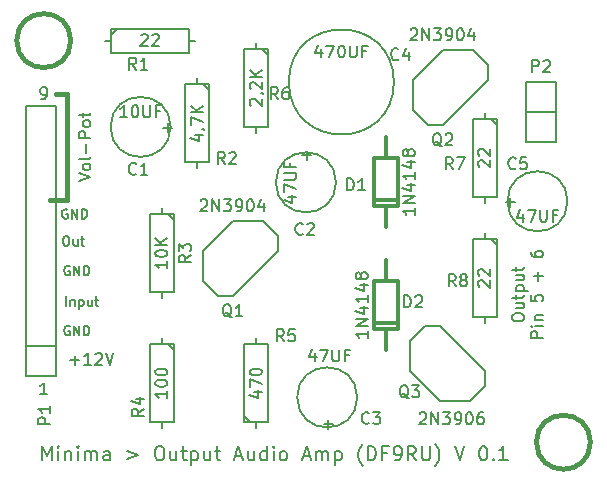
<source format=gto>
G04 #@! TF.FileFunction,Legend,Top*
%FSLAX45Y45*%
G04 Gerber Fmt 4.5, Leading zero omitted, Abs format (unit mm)*
G04 Created by KiCad (PCBNEW (2015-01-25 BZR 5388)-product) date Mo 03 Aug 2015 14:18:17 CEST*
%MOMM*%
G01*
G04 APERTURE LIST*
%ADD10C,0.150000*%
%ADD11C,0.149860*%
%ADD12C,0.200660*%
%ADD13C,0.381000*%
%ADD14C,0.203200*%
%ADD15C,0.317500*%
G04 APERTURE END LIST*
D10*
D11*
X12919040Y-8919995D02*
X12911420Y-8916185D01*
X12899990Y-8916185D01*
X12888560Y-8919995D01*
X12880940Y-8927615D01*
X12877130Y-8935235D01*
X12873320Y-8950475D01*
X12873320Y-8961905D01*
X12877130Y-8977145D01*
X12880940Y-8984765D01*
X12888560Y-8992385D01*
X12899990Y-8996195D01*
X12907610Y-8996195D01*
X12919040Y-8992385D01*
X12922850Y-8988575D01*
X12922850Y-8961905D01*
X12907610Y-8961905D01*
X12957140Y-8996195D02*
X12957140Y-8916185D01*
X13002860Y-8996195D01*
X13002860Y-8916185D01*
X13040960Y-8996195D02*
X13040960Y-8916185D01*
X13060010Y-8916185D01*
X13071440Y-8919995D01*
X13079060Y-8927615D01*
X13082870Y-8935235D01*
X13086680Y-8950475D01*
X13086680Y-8961905D01*
X13082870Y-8977145D01*
X13079060Y-8984765D01*
X13071440Y-8992385D01*
X13060010Y-8996195D01*
X13040960Y-8996195D01*
X12919040Y-8409995D02*
X12911420Y-8406185D01*
X12899990Y-8406185D01*
X12888560Y-8409995D01*
X12880940Y-8417615D01*
X12877130Y-8425235D01*
X12873320Y-8440475D01*
X12873320Y-8451905D01*
X12877130Y-8467145D01*
X12880940Y-8474765D01*
X12888560Y-8482385D01*
X12899990Y-8486195D01*
X12907610Y-8486195D01*
X12919040Y-8482385D01*
X12922850Y-8478575D01*
X12922850Y-8451905D01*
X12907610Y-8451905D01*
X12957140Y-8486195D02*
X12957140Y-8406185D01*
X13002860Y-8486195D01*
X13002860Y-8406185D01*
X13040960Y-8486195D02*
X13040960Y-8406185D01*
X13060010Y-8406185D01*
X13071440Y-8409995D01*
X13079060Y-8417615D01*
X13082870Y-8425235D01*
X13086680Y-8440475D01*
X13086680Y-8451905D01*
X13082870Y-8467145D01*
X13079060Y-8474765D01*
X13071440Y-8482385D01*
X13060010Y-8486195D01*
X13040960Y-8486195D01*
X12899040Y-7929995D02*
X12891420Y-7926185D01*
X12879990Y-7926185D01*
X12868560Y-7929995D01*
X12860940Y-7937615D01*
X12857130Y-7945235D01*
X12853320Y-7960475D01*
X12853320Y-7971905D01*
X12857130Y-7987145D01*
X12860940Y-7994765D01*
X12868560Y-8002385D01*
X12879990Y-8006195D01*
X12887610Y-8006195D01*
X12899040Y-8002385D01*
X12902850Y-7998575D01*
X12902850Y-7971905D01*
X12887610Y-7971905D01*
X12937140Y-8006195D02*
X12937140Y-7926185D01*
X12982860Y-8006195D01*
X12982860Y-7926185D01*
X13020960Y-8006195D02*
X13020960Y-7926185D01*
X13040010Y-7926185D01*
X13051440Y-7929995D01*
X13059060Y-7937615D01*
X13062870Y-7945235D01*
X13066680Y-7960475D01*
X13066680Y-7971905D01*
X13062870Y-7987145D01*
X13059060Y-7994765D01*
X13051440Y-8002385D01*
X13040010Y-8006195D01*
X13020960Y-8006195D01*
X12883261Y-8156067D02*
X12898501Y-8156067D01*
X12906121Y-8159877D01*
X12913741Y-8167497D01*
X12917551Y-8182737D01*
X12917551Y-8209407D01*
X12913741Y-8224647D01*
X12906121Y-8232267D01*
X12898501Y-8236077D01*
X12883261Y-8236077D01*
X12875641Y-8232267D01*
X12868021Y-8224647D01*
X12864211Y-8209407D01*
X12864211Y-8182737D01*
X12868021Y-8167497D01*
X12875641Y-8159877D01*
X12883261Y-8156067D01*
X12986131Y-8182737D02*
X12986131Y-8236077D01*
X12951841Y-8182737D02*
X12951841Y-8224647D01*
X12955651Y-8232267D01*
X12963271Y-8236077D01*
X12974701Y-8236077D01*
X12982321Y-8232267D01*
X12986131Y-8228457D01*
X13012801Y-8182737D02*
X13043281Y-8182737D01*
X13024231Y-8156067D02*
X13024231Y-8224647D01*
X13028041Y-8232267D01*
X13035661Y-8236077D01*
X13043281Y-8236077D01*
D12*
X16665178Y-8852505D02*
X16665178Y-8833443D01*
X16669944Y-8823912D01*
X16679475Y-8814381D01*
X16698537Y-8809615D01*
X16731896Y-8809615D01*
X16750958Y-8814381D01*
X16760489Y-8823912D01*
X16765254Y-8833443D01*
X16765254Y-8852505D01*
X16760489Y-8862036D01*
X16750958Y-8871567D01*
X16731896Y-8876332D01*
X16698537Y-8876332D01*
X16679475Y-8871567D01*
X16669944Y-8862036D01*
X16665178Y-8852505D01*
X16698537Y-8723836D02*
X16765254Y-8723836D01*
X16698537Y-8766725D02*
X16750958Y-8766725D01*
X16760489Y-8761960D01*
X16765254Y-8752429D01*
X16765254Y-8738132D01*
X16760489Y-8728601D01*
X16755723Y-8723836D01*
X16698537Y-8690477D02*
X16698537Y-8652353D01*
X16665178Y-8676180D02*
X16750958Y-8676180D01*
X16760489Y-8671415D01*
X16765254Y-8661884D01*
X16765254Y-8652353D01*
X16698537Y-8618994D02*
X16798613Y-8618994D01*
X16703302Y-8618994D02*
X16698537Y-8609463D01*
X16698537Y-8590401D01*
X16703302Y-8580870D01*
X16708068Y-8576104D01*
X16717599Y-8571339D01*
X16746192Y-8571339D01*
X16755723Y-8576104D01*
X16760489Y-8580870D01*
X16765254Y-8590401D01*
X16765254Y-8609463D01*
X16760489Y-8618994D01*
X16698537Y-8485559D02*
X16765254Y-8485559D01*
X16698537Y-8528449D02*
X16750958Y-8528449D01*
X16760489Y-8523684D01*
X16765254Y-8514153D01*
X16765254Y-8499856D01*
X16760489Y-8490325D01*
X16755723Y-8485559D01*
X16698537Y-8452201D02*
X16698537Y-8414077D01*
X16665178Y-8437904D02*
X16750958Y-8437904D01*
X16760489Y-8433139D01*
X16765254Y-8423608D01*
X16765254Y-8414077D01*
X16925427Y-9016915D02*
X16825351Y-9016915D01*
X16825351Y-8978791D01*
X16830116Y-8969260D01*
X16834882Y-8964495D01*
X16844413Y-8959729D01*
X16858709Y-8959729D01*
X16868240Y-8964495D01*
X16873006Y-8969260D01*
X16877771Y-8978791D01*
X16877771Y-9016915D01*
X16925427Y-8916839D02*
X16858709Y-8916839D01*
X16825351Y-8916839D02*
X16830116Y-8921605D01*
X16834882Y-8916839D01*
X16830116Y-8912074D01*
X16825351Y-8916839D01*
X16834882Y-8916839D01*
X16858709Y-8869184D02*
X16925427Y-8869184D01*
X16868240Y-8869184D02*
X16863475Y-8864419D01*
X16858709Y-8854888D01*
X16858709Y-8840591D01*
X16863475Y-8831060D01*
X16873006Y-8826295D01*
X16925427Y-8826295D01*
X16825351Y-8654736D02*
X16825351Y-8702391D01*
X16873006Y-8707156D01*
X16868240Y-8702391D01*
X16863475Y-8692860D01*
X16863475Y-8669032D01*
X16868240Y-8659501D01*
X16873006Y-8654736D01*
X16882537Y-8649970D01*
X16906365Y-8649970D01*
X16915896Y-8654736D01*
X16920661Y-8659501D01*
X16925427Y-8669032D01*
X16925427Y-8692860D01*
X16920661Y-8702391D01*
X16915896Y-8707156D01*
X16887303Y-8530832D02*
X16887303Y-8454584D01*
X16925427Y-8492708D02*
X16849178Y-8492708D01*
X16825351Y-8287790D02*
X16825351Y-8306852D01*
X16830116Y-8316383D01*
X16834882Y-8321149D01*
X16849178Y-8330680D01*
X16868240Y-8335445D01*
X16906365Y-8335445D01*
X16915896Y-8330680D01*
X16920661Y-8325914D01*
X16925427Y-8316383D01*
X16925427Y-8297321D01*
X16920661Y-8287790D01*
X16915896Y-8283025D01*
X16906365Y-8278259D01*
X16882537Y-8278259D01*
X16873006Y-8283025D01*
X16868240Y-8287790D01*
X16863475Y-8297321D01*
X16863475Y-8316383D01*
X16868240Y-8325914D01*
X16873006Y-8330680D01*
X16882537Y-8335445D01*
X12995208Y-7690733D02*
X13095284Y-7657374D01*
X12995208Y-7624016D01*
X13095284Y-7576360D02*
X13090519Y-7585891D01*
X13085753Y-7590657D01*
X13076222Y-7595422D01*
X13047629Y-7595422D01*
X13038098Y-7590657D01*
X13033333Y-7585891D01*
X13028567Y-7576360D01*
X13028567Y-7562064D01*
X13033333Y-7552533D01*
X13038098Y-7547767D01*
X13047629Y-7543002D01*
X13076222Y-7543002D01*
X13085753Y-7547767D01*
X13090519Y-7552533D01*
X13095284Y-7562064D01*
X13095284Y-7576360D01*
X13095284Y-7485815D02*
X13090519Y-7495346D01*
X13080988Y-7500112D01*
X12995208Y-7500112D01*
X13057160Y-7447691D02*
X13057160Y-7371443D01*
X13095284Y-7323788D02*
X12995208Y-7323788D01*
X12995208Y-7285663D01*
X12999974Y-7276132D01*
X13004739Y-7271367D01*
X13014271Y-7266601D01*
X13028567Y-7266601D01*
X13038098Y-7271367D01*
X13042864Y-7276132D01*
X13047629Y-7285663D01*
X13047629Y-7323788D01*
X13095284Y-7209415D02*
X13090519Y-7218946D01*
X13085753Y-7223712D01*
X13076222Y-7228477D01*
X13047629Y-7228477D01*
X13038098Y-7223712D01*
X13033333Y-7218946D01*
X13028567Y-7209415D01*
X13028567Y-7195118D01*
X13033333Y-7185587D01*
X13038098Y-7180822D01*
X13047629Y-7176056D01*
X13076222Y-7176056D01*
X13085753Y-7180822D01*
X13090519Y-7185587D01*
X13095284Y-7195118D01*
X13095284Y-7209415D01*
X13028567Y-7147463D02*
X13028567Y-7109339D01*
X12995208Y-7133167D02*
X13080988Y-7133167D01*
X13090519Y-7128401D01*
X13095284Y-7118870D01*
X13095284Y-7109339D01*
D13*
X12899898Y-7850124D02*
X12750038Y-7850124D01*
X12899898Y-6949948D02*
X12899898Y-7850124D01*
X12800076Y-6949948D02*
X12899898Y-6949948D01*
D10*
X12888571Y-8746191D02*
X12888571Y-8666191D01*
X12926667Y-8692857D02*
X12926667Y-8746191D01*
X12926667Y-8700476D02*
X12930476Y-8696667D01*
X12938095Y-8692857D01*
X12949524Y-8692857D01*
X12957143Y-8696667D01*
X12960952Y-8704286D01*
X12960952Y-8746191D01*
X12999048Y-8692857D02*
X12999048Y-8772857D01*
X12999048Y-8696667D02*
X13006667Y-8692857D01*
X13021905Y-8692857D01*
X13029524Y-8696667D01*
X13033333Y-8700476D01*
X13037143Y-8708095D01*
X13037143Y-8730952D01*
X13033333Y-8738571D01*
X13029524Y-8742381D01*
X13021905Y-8746191D01*
X13006667Y-8746191D01*
X12999048Y-8742381D01*
X13105714Y-8692857D02*
X13105714Y-8746191D01*
X13071429Y-8692857D02*
X13071429Y-8734762D01*
X13075238Y-8742381D01*
X13082857Y-8746191D01*
X13094286Y-8746191D01*
X13101905Y-8742381D01*
X13105714Y-8738571D01*
X13132381Y-8692857D02*
X13162857Y-8692857D01*
X13143810Y-8666191D02*
X13143810Y-8734762D01*
X13147619Y-8742381D01*
X13155238Y-8746191D01*
X13162857Y-8746191D01*
D12*
X12923726Y-9207028D02*
X12999974Y-9207028D01*
X12961850Y-9245153D02*
X12961850Y-9168904D01*
X13100050Y-9245153D02*
X13042864Y-9245153D01*
X13071457Y-9245153D02*
X13071457Y-9145077D01*
X13061926Y-9159373D01*
X13052395Y-9168904D01*
X13042864Y-9173670D01*
X13138174Y-9154608D02*
X13142940Y-9149842D01*
X13152471Y-9145077D01*
X13176298Y-9145077D01*
X13185829Y-9149842D01*
X13190595Y-9154608D01*
X13195360Y-9164139D01*
X13195360Y-9173670D01*
X13190595Y-9187966D01*
X13133409Y-9245153D01*
X13195360Y-9245153D01*
X13223954Y-9145077D02*
X13257312Y-9245153D01*
X13290671Y-9145077D01*
X12680938Y-6995220D02*
X12700000Y-6995220D01*
X12709531Y-6990455D01*
X12714297Y-6985689D01*
X12723828Y-6971393D01*
X12728593Y-6952331D01*
X12728593Y-6914207D01*
X12723828Y-6904675D01*
X12719062Y-6899910D01*
X12709531Y-6895144D01*
X12690469Y-6895144D01*
X12680938Y-6899910D01*
X12676172Y-6904675D01*
X12671407Y-6914207D01*
X12671407Y-6938034D01*
X12676172Y-6947565D01*
X12680938Y-6952331D01*
X12690469Y-6957096D01*
X12709531Y-6957096D01*
X12719062Y-6952331D01*
X12723828Y-6947565D01*
X12728593Y-6938034D01*
X12728593Y-9495343D02*
X12671407Y-9495343D01*
X12700000Y-9495343D02*
X12700000Y-9395267D01*
X12690469Y-9409563D01*
X12680938Y-9419094D01*
X12671407Y-9423860D01*
X12687591Y-10054215D02*
X12687591Y-9934327D01*
X12727553Y-10019961D01*
X12767516Y-9934327D01*
X12767516Y-10054215D01*
X12824605Y-10054215D02*
X12824605Y-9974290D01*
X12824605Y-9934327D02*
X12818896Y-9940036D01*
X12824605Y-9945745D01*
X12830314Y-9940036D01*
X12824605Y-9934327D01*
X12824605Y-9945745D01*
X12881695Y-9974290D02*
X12881695Y-10054215D01*
X12881695Y-9985708D02*
X12887404Y-9979999D01*
X12898822Y-9974290D01*
X12915949Y-9974290D01*
X12927367Y-9979999D01*
X12933075Y-9991417D01*
X12933075Y-10054215D01*
X12990165Y-10054215D02*
X12990165Y-9974290D01*
X12990165Y-9934327D02*
X12984456Y-9940036D01*
X12990165Y-9945745D01*
X12995874Y-9940036D01*
X12990165Y-9934327D01*
X12990165Y-9945745D01*
X13047255Y-10054215D02*
X13047255Y-9974290D01*
X13047255Y-9985708D02*
X13052963Y-9979999D01*
X13064381Y-9974290D01*
X13081508Y-9974290D01*
X13092926Y-9979999D01*
X13098635Y-9991417D01*
X13098635Y-10054215D01*
X13098635Y-9991417D02*
X13104344Y-9979999D01*
X13115762Y-9974290D01*
X13132889Y-9974290D01*
X13144307Y-9979999D01*
X13150016Y-9991417D01*
X13150016Y-10054215D01*
X13258486Y-10054215D02*
X13258486Y-9991417D01*
X13252777Y-9979999D01*
X13241359Y-9974290D01*
X13218523Y-9974290D01*
X13207105Y-9979999D01*
X13258486Y-10048506D02*
X13247068Y-10054215D01*
X13218523Y-10054215D01*
X13207105Y-10048506D01*
X13201396Y-10037088D01*
X13201396Y-10025670D01*
X13207105Y-10014252D01*
X13218523Y-10008543D01*
X13247068Y-10008543D01*
X13258486Y-10002835D01*
X13406919Y-9974290D02*
X13498262Y-10008543D01*
X13406919Y-10042797D01*
X13669530Y-9934327D02*
X13692366Y-9934327D01*
X13703784Y-9940036D01*
X13715202Y-9951454D01*
X13720911Y-9974290D01*
X13720911Y-10014252D01*
X13715202Y-10037088D01*
X13703784Y-10048506D01*
X13692366Y-10054215D01*
X13669530Y-10054215D01*
X13658112Y-10048506D01*
X13646695Y-10037088D01*
X13640986Y-10014252D01*
X13640986Y-9974290D01*
X13646695Y-9951454D01*
X13658112Y-9940036D01*
X13669530Y-9934327D01*
X13823672Y-9974290D02*
X13823672Y-10054215D01*
X13772292Y-9974290D02*
X13772292Y-10037088D01*
X13778000Y-10048506D01*
X13789418Y-10054215D01*
X13806545Y-10054215D01*
X13817963Y-10048506D01*
X13823672Y-10042797D01*
X13863635Y-9974290D02*
X13909306Y-9974290D01*
X13880762Y-9934327D02*
X13880762Y-10037088D01*
X13886471Y-10048506D01*
X13897888Y-10054215D01*
X13909306Y-10054215D01*
X13949269Y-9974290D02*
X13949269Y-10094178D01*
X13949269Y-9979999D02*
X13960687Y-9974290D01*
X13983523Y-9974290D01*
X13994941Y-9979999D01*
X14000650Y-9985708D01*
X14006359Y-9997126D01*
X14006359Y-10031379D01*
X14000650Y-10042797D01*
X13994941Y-10048506D01*
X13983523Y-10054215D01*
X13960687Y-10054215D01*
X13949269Y-10048506D01*
X14109120Y-9974290D02*
X14109120Y-10054215D01*
X14057739Y-9974290D02*
X14057739Y-10037088D01*
X14063448Y-10048506D01*
X14074866Y-10054215D01*
X14091993Y-10054215D01*
X14103411Y-10048506D01*
X14109120Y-10042797D01*
X14149082Y-9974290D02*
X14194754Y-9974290D01*
X14166209Y-9934327D02*
X14166209Y-10037088D01*
X14171918Y-10048506D01*
X14183336Y-10054215D01*
X14194754Y-10054215D01*
X14320351Y-10019961D02*
X14377440Y-10019961D01*
X14308933Y-10054215D02*
X14348896Y-9934327D01*
X14388858Y-10054215D01*
X14480201Y-9974290D02*
X14480201Y-10054215D01*
X14428821Y-9974290D02*
X14428821Y-10037088D01*
X14434530Y-10048506D01*
X14445948Y-10054215D01*
X14463075Y-10054215D01*
X14474493Y-10048506D01*
X14480201Y-10042797D01*
X14588672Y-10054215D02*
X14588672Y-9934327D01*
X14588672Y-10048506D02*
X14577254Y-10054215D01*
X14554418Y-10054215D01*
X14543000Y-10048506D01*
X14537291Y-10042797D01*
X14531582Y-10031379D01*
X14531582Y-9997126D01*
X14537291Y-9985708D01*
X14543000Y-9979999D01*
X14554418Y-9974290D01*
X14577254Y-9974290D01*
X14588672Y-9979999D01*
X14645761Y-10054215D02*
X14645761Y-9974290D01*
X14645761Y-9934327D02*
X14640052Y-9940036D01*
X14645761Y-9945745D01*
X14651470Y-9940036D01*
X14645761Y-9934327D01*
X14645761Y-9945745D01*
X14719977Y-10054215D02*
X14708560Y-10048506D01*
X14702851Y-10042797D01*
X14697142Y-10031379D01*
X14697142Y-9997126D01*
X14702851Y-9985708D01*
X14708560Y-9979999D01*
X14719977Y-9974290D01*
X14737104Y-9974290D01*
X14748522Y-9979999D01*
X14754231Y-9985708D01*
X14759940Y-9997126D01*
X14759940Y-10031379D01*
X14754231Y-10042797D01*
X14748522Y-10048506D01*
X14737104Y-10054215D01*
X14719977Y-10054215D01*
X14896955Y-10019961D02*
X14954044Y-10019961D01*
X14885537Y-10054215D02*
X14925500Y-9934327D01*
X14965462Y-10054215D01*
X15005425Y-10054215D02*
X15005425Y-9974290D01*
X15005425Y-9985708D02*
X15011134Y-9979999D01*
X15022552Y-9974290D01*
X15039679Y-9974290D01*
X15051097Y-9979999D01*
X15056806Y-9991417D01*
X15056806Y-10054215D01*
X15056806Y-9991417D02*
X15062515Y-9979999D01*
X15073932Y-9974290D01*
X15091059Y-9974290D01*
X15102477Y-9979999D01*
X15108186Y-9991417D01*
X15108186Y-10054215D01*
X15165276Y-9974290D02*
X15165276Y-10094178D01*
X15165276Y-9979999D02*
X15176694Y-9974290D01*
X15199529Y-9974290D01*
X15210947Y-9979999D01*
X15216656Y-9985708D01*
X15222365Y-9997126D01*
X15222365Y-10031379D01*
X15216656Y-10042797D01*
X15210947Y-10048506D01*
X15199529Y-10054215D01*
X15176694Y-10054215D01*
X15165276Y-10048506D01*
X15399343Y-10099887D02*
X15393634Y-10094178D01*
X15382216Y-10077051D01*
X15376507Y-10065633D01*
X15370798Y-10048506D01*
X15365089Y-10019961D01*
X15365089Y-9997126D01*
X15370798Y-9968581D01*
X15376507Y-9951454D01*
X15382216Y-9940036D01*
X15393634Y-9922909D01*
X15399343Y-9917200D01*
X15445014Y-10054215D02*
X15445014Y-9934327D01*
X15473559Y-9934327D01*
X15490686Y-9940036D01*
X15502104Y-9951454D01*
X15507813Y-9962872D01*
X15513522Y-9985708D01*
X15513522Y-10002835D01*
X15507813Y-10025670D01*
X15502104Y-10037088D01*
X15490686Y-10048506D01*
X15473559Y-10054215D01*
X15445014Y-10054215D01*
X15604865Y-9991417D02*
X15564902Y-9991417D01*
X15564902Y-10054215D02*
X15564902Y-9934327D01*
X15621992Y-9934327D01*
X15673372Y-10054215D02*
X15696208Y-10054215D01*
X15707626Y-10048506D01*
X15713335Y-10042797D01*
X15724753Y-10025670D01*
X15730462Y-10002835D01*
X15730462Y-9957163D01*
X15724753Y-9945745D01*
X15719044Y-9940036D01*
X15707626Y-9934327D01*
X15684790Y-9934327D01*
X15673372Y-9940036D01*
X15667663Y-9945745D01*
X15661954Y-9957163D01*
X15661954Y-9985708D01*
X15667663Y-9997126D01*
X15673372Y-10002835D01*
X15684790Y-10008543D01*
X15707626Y-10008543D01*
X15719044Y-10002835D01*
X15724753Y-9997126D01*
X15730462Y-9985708D01*
X15850350Y-10054215D02*
X15810387Y-9997126D01*
X15781842Y-10054215D02*
X15781842Y-9934327D01*
X15827514Y-9934327D01*
X15838932Y-9940036D01*
X15844641Y-9945745D01*
X15850350Y-9957163D01*
X15850350Y-9974290D01*
X15844641Y-9985708D01*
X15838932Y-9991417D01*
X15827514Y-9997126D01*
X15781842Y-9997126D01*
X15901730Y-9934327D02*
X15901730Y-10031379D01*
X15907439Y-10042797D01*
X15913148Y-10048506D01*
X15924566Y-10054215D01*
X15947402Y-10054215D01*
X15958820Y-10048506D01*
X15964529Y-10042797D01*
X15970238Y-10031379D01*
X15970238Y-9934327D01*
X16015910Y-10099887D02*
X16021618Y-10094178D01*
X16033036Y-10077051D01*
X16038745Y-10065633D01*
X16044454Y-10048506D01*
X16050163Y-10019961D01*
X16050163Y-9997126D01*
X16044454Y-9968581D01*
X16038745Y-9951454D01*
X16033036Y-9940036D01*
X16021618Y-9922909D01*
X16015910Y-9917200D01*
X16181469Y-9934327D02*
X16221432Y-10054215D01*
X16261394Y-9934327D01*
X16415536Y-9934327D02*
X16426954Y-9934327D01*
X16438372Y-9940036D01*
X16444081Y-9945745D01*
X16449790Y-9957163D01*
X16455499Y-9979999D01*
X16455499Y-10008543D01*
X16449790Y-10031379D01*
X16444081Y-10042797D01*
X16438372Y-10048506D01*
X16426954Y-10054215D01*
X16415536Y-10054215D01*
X16404118Y-10048506D01*
X16398409Y-10042797D01*
X16392700Y-10031379D01*
X16386991Y-10008543D01*
X16386991Y-9979999D01*
X16392700Y-9957163D01*
X16398409Y-9945745D01*
X16404118Y-9940036D01*
X16415536Y-9934327D01*
X16506879Y-10042797D02*
X16512588Y-10048506D01*
X16506879Y-10054215D01*
X16501170Y-10048506D01*
X16506879Y-10042797D01*
X16506879Y-10054215D01*
X16626767Y-10054215D02*
X16558260Y-10054215D01*
X16592513Y-10054215D02*
X16592513Y-9934327D01*
X16581096Y-9951454D01*
X16569678Y-9962872D01*
X16558260Y-9968581D01*
D13*
X17328642Y-9900158D02*
G75*
G03X17328642Y-9900158I-228600J0D01*
G01*
X12928600Y-6499860D02*
G75*
G03X12928600Y-6499860I-228600J0D01*
G01*
D14*
X13999972Y-6818884D02*
X13999972Y-6869684D01*
X13999972Y-7580884D02*
X13999972Y-7530084D01*
X13999972Y-7530084D02*
X14101572Y-7530084D01*
X14101572Y-7530084D02*
X14101572Y-6869684D01*
X14101572Y-6869684D02*
X13898372Y-6869684D01*
X13898372Y-6869684D02*
X13898372Y-7530084D01*
X13898372Y-7530084D02*
X13999972Y-7530084D01*
X14050772Y-6869684D02*
X14101572Y-6920484D01*
X16433800Y-7112000D02*
X16433800Y-7162800D01*
X16433800Y-7874000D02*
X16433800Y-7823200D01*
X16433800Y-7823200D02*
X16535400Y-7823200D01*
X16535400Y-7823200D02*
X16535400Y-7162800D01*
X16535400Y-7162800D02*
X16332200Y-7162800D01*
X16332200Y-7162800D02*
X16332200Y-7823200D01*
X16332200Y-7823200D02*
X16433800Y-7823200D01*
X16484600Y-7162800D02*
X16535400Y-7213600D01*
X16433800Y-8128000D02*
X16433800Y-8178800D01*
X16433800Y-8890000D02*
X16433800Y-8839200D01*
X16433800Y-8839200D02*
X16535400Y-8839200D01*
X16535400Y-8839200D02*
X16535400Y-8178800D01*
X16535400Y-8178800D02*
X16332200Y-8178800D01*
X16332200Y-8178800D02*
X16332200Y-8839200D01*
X16332200Y-8839200D02*
X16433800Y-8839200D01*
X16484600Y-8178800D02*
X16535400Y-8229600D01*
X13699998Y-7918958D02*
X13699998Y-7969758D01*
X13699998Y-8680958D02*
X13699998Y-8630158D01*
X13699998Y-8630158D02*
X13801598Y-8630158D01*
X13801598Y-8630158D02*
X13801598Y-7969758D01*
X13801598Y-7969758D02*
X13598398Y-7969758D01*
X13598398Y-7969758D02*
X13598398Y-8630158D01*
X13598398Y-8630158D02*
X13699998Y-8630158D01*
X13750798Y-7969758D02*
X13801598Y-8020558D01*
X14500098Y-6518910D02*
X14500098Y-6569710D01*
X14500098Y-7280910D02*
X14500098Y-7230110D01*
X14500098Y-7230110D02*
X14601698Y-7230110D01*
X14601698Y-7230110D02*
X14601698Y-6569710D01*
X14601698Y-6569710D02*
X14398498Y-6569710D01*
X14398498Y-6569710D02*
X14398498Y-7230110D01*
X14398498Y-7230110D02*
X14500098Y-7230110D01*
X14550898Y-6569710D02*
X14601698Y-6620510D01*
X13218922Y-6500114D02*
X13269722Y-6500114D01*
X13980922Y-6500114D02*
X13930122Y-6500114D01*
X13930122Y-6500114D02*
X13930122Y-6398514D01*
X13930122Y-6398514D02*
X13269722Y-6398514D01*
X13269722Y-6398514D02*
X13269722Y-6601714D01*
X13269722Y-6601714D02*
X13930122Y-6601714D01*
X13930122Y-6601714D02*
X13930122Y-6500114D01*
X13269722Y-6449314D02*
X13320522Y-6398514D01*
X13699998Y-9019032D02*
X13699998Y-9069832D01*
X13699998Y-9781032D02*
X13699998Y-9730232D01*
X13699998Y-9730232D02*
X13801598Y-9730232D01*
X13801598Y-9730232D02*
X13801598Y-9069832D01*
X13801598Y-9069832D02*
X13598398Y-9069832D01*
X13598398Y-9069832D02*
X13598398Y-9730232D01*
X13598398Y-9730232D02*
X13699998Y-9730232D01*
X13750798Y-9069832D02*
X13801598Y-9120632D01*
X14500098Y-9781032D02*
X14500098Y-9730232D01*
X14500098Y-9019032D02*
X14500098Y-9069832D01*
X14500098Y-9069832D02*
X14398498Y-9069832D01*
X14398498Y-9069832D02*
X14398498Y-9730232D01*
X14398498Y-9730232D02*
X14601698Y-9730232D01*
X14601698Y-9730232D02*
X14601698Y-9069832D01*
X14601698Y-9069832D02*
X14500098Y-9069832D01*
X14449298Y-9730232D02*
X14398498Y-9679432D01*
D15*
X15595600Y-8940800D02*
X15595600Y-9118600D01*
X15595600Y-8534400D02*
X15595600Y-8356600D01*
X15697200Y-8890000D02*
X15494000Y-8890000D01*
X15697200Y-8534400D02*
X15494000Y-8534400D01*
X15494000Y-8534400D02*
X15494000Y-8940800D01*
X15494000Y-8940800D02*
X15697200Y-8940800D01*
X15697200Y-8940800D02*
X15697200Y-8534400D01*
X15595600Y-7899400D02*
X15595600Y-8077200D01*
X15595600Y-7493000D02*
X15595600Y-7315200D01*
X15697200Y-7848600D02*
X15494000Y-7848600D01*
X15697200Y-7493000D02*
X15494000Y-7493000D01*
X15494000Y-7493000D02*
X15494000Y-7899400D01*
X15494000Y-7899400D02*
X15697200Y-7899400D01*
X15697200Y-7899400D02*
X15697200Y-7493000D01*
D10*
X12553000Y-9089000D02*
X12553000Y-7057000D01*
X12553000Y-7057000D02*
X12807000Y-7057000D01*
X12807000Y-7057000D02*
X12807000Y-9089000D01*
X12553000Y-9343000D02*
X12553000Y-9089000D01*
X12553000Y-9089000D02*
X12807000Y-9089000D01*
X12553000Y-9343000D02*
X12807000Y-9343000D01*
X12807000Y-9343000D02*
X12807000Y-9089000D01*
X16783000Y-7100000D02*
X16783000Y-7354000D01*
X16783000Y-7354000D02*
X17037000Y-7354000D01*
X17037000Y-7354000D02*
X17037000Y-7100000D01*
X16783000Y-6846000D02*
X16783000Y-7100000D01*
X16783000Y-7100000D02*
X17037000Y-7100000D01*
X17037000Y-7100000D02*
X17037000Y-6846000D01*
X17037000Y-6846000D02*
X16783000Y-6846000D01*
X13774317Y-7230000D02*
G75*
G03X13774317Y-7230000I-254317J0D01*
G01*
X15174317Y-7700000D02*
G75*
G03X15174317Y-7700000I-254317J0D01*
G01*
X15354317Y-9520000D02*
G75*
G03X15354317Y-9520000I-254317J0D01*
G01*
X15664500Y-6850000D02*
G75*
G03X15664500Y-6850000I-444500J0D01*
G01*
X17134317Y-7860000D02*
G75*
G03X17134317Y-7860000I-254317J0D01*
G01*
X16433800Y-9296400D02*
X16052800Y-8915400D01*
X16052800Y-8915400D02*
X15925800Y-8915400D01*
X15925800Y-8915400D02*
X15798800Y-9042400D01*
X15798800Y-9042400D02*
X15798800Y-9296400D01*
X15798800Y-9296400D02*
X16052800Y-9550400D01*
X16052800Y-9550400D02*
X16306800Y-9550400D01*
X16306800Y-9550400D02*
X16433800Y-9423400D01*
X16433800Y-9423400D02*
X16433800Y-9296400D01*
X16078200Y-7213600D02*
X16459200Y-6832600D01*
X16459200Y-6832600D02*
X16459200Y-6705600D01*
X16459200Y-6705600D02*
X16332200Y-6578600D01*
X16332200Y-6578600D02*
X16078200Y-6578600D01*
X16078200Y-6578600D02*
X15824200Y-6832600D01*
X15824200Y-6832600D02*
X15824200Y-7086600D01*
X15824200Y-7086600D02*
X15951200Y-7213600D01*
X15951200Y-7213600D02*
X16078200Y-7213600D01*
X14300200Y-8661400D02*
X14681200Y-8280400D01*
X14681200Y-8280400D02*
X14681200Y-8153400D01*
X14681200Y-8153400D02*
X14554200Y-8026400D01*
X14554200Y-8026400D02*
X14300200Y-8026400D01*
X14300200Y-8026400D02*
X14046200Y-8280400D01*
X14046200Y-8280400D02*
X14046200Y-8534400D01*
X14046200Y-8534400D02*
X14173200Y-8661400D01*
X14173200Y-8661400D02*
X14300200Y-8661400D01*
D14*
X14233229Y-7545384D02*
X14199870Y-7497729D01*
X14176042Y-7545384D02*
X14176042Y-7445308D01*
X14214167Y-7445308D01*
X14223698Y-7450074D01*
X14228463Y-7454839D01*
X14233229Y-7464371D01*
X14233229Y-7478667D01*
X14228463Y-7488198D01*
X14223698Y-7492964D01*
X14214167Y-7497729D01*
X14176042Y-7497729D01*
X14271353Y-7454839D02*
X14276118Y-7450074D01*
X14285649Y-7445308D01*
X14309477Y-7445308D01*
X14319008Y-7450074D01*
X14323774Y-7454839D01*
X14328539Y-7464371D01*
X14328539Y-7473902D01*
X14323774Y-7488198D01*
X14266587Y-7545384D01*
X14328539Y-7545384D01*
X13978273Y-7302343D02*
X14044990Y-7302343D01*
X13940149Y-7326170D02*
X14011632Y-7349998D01*
X14011632Y-7288046D01*
X14040225Y-7245156D02*
X14044990Y-7245156D01*
X14054521Y-7249922D01*
X14059287Y-7254687D01*
X13944914Y-7211798D02*
X13944914Y-7145080D01*
X14044990Y-7187970D01*
X14044990Y-7106956D02*
X13944914Y-7106956D01*
X14044990Y-7049770D02*
X13987804Y-7092660D01*
X13944914Y-7049770D02*
X14002101Y-7106956D01*
X16163121Y-7589072D02*
X16129762Y-7541417D01*
X16105934Y-7589072D02*
X16105934Y-7488996D01*
X16144059Y-7488996D01*
X16153590Y-7493762D01*
X16158355Y-7498527D01*
X16163121Y-7508059D01*
X16163121Y-7522355D01*
X16158355Y-7531886D01*
X16153590Y-7536652D01*
X16144059Y-7541417D01*
X16105934Y-7541417D01*
X16196479Y-7488996D02*
X16263197Y-7488996D01*
X16220307Y-7589072D01*
X16388781Y-7569248D02*
X16384016Y-7564483D01*
X16379250Y-7554952D01*
X16379250Y-7531124D01*
X16384016Y-7521593D01*
X16388781Y-7516828D01*
X16398313Y-7512062D01*
X16407844Y-7512062D01*
X16422140Y-7516828D01*
X16479326Y-7574014D01*
X16479326Y-7512062D01*
X16388781Y-7473938D02*
X16384016Y-7469172D01*
X16379250Y-7459641D01*
X16379250Y-7435814D01*
X16384016Y-7426283D01*
X16388781Y-7421517D01*
X16398313Y-7416752D01*
X16407844Y-7416752D01*
X16422140Y-7421517D01*
X16479326Y-7478703D01*
X16479326Y-7416752D01*
X16188521Y-8579673D02*
X16155162Y-8532017D01*
X16131334Y-8579673D02*
X16131334Y-8479597D01*
X16169459Y-8479597D01*
X16178990Y-8484362D01*
X16183755Y-8489128D01*
X16188521Y-8498659D01*
X16188521Y-8512955D01*
X16183755Y-8522486D01*
X16178990Y-8527252D01*
X16169459Y-8532017D01*
X16131334Y-8532017D01*
X16245707Y-8522486D02*
X16236176Y-8517721D01*
X16231410Y-8512955D01*
X16226645Y-8503424D01*
X16226645Y-8498659D01*
X16231410Y-8489128D01*
X16236176Y-8484362D01*
X16245707Y-8479597D01*
X16264769Y-8479597D01*
X16274300Y-8484362D01*
X16279066Y-8489128D01*
X16283831Y-8498659D01*
X16283831Y-8503424D01*
X16279066Y-8512955D01*
X16274300Y-8517721D01*
X16264769Y-8522486D01*
X16245707Y-8522486D01*
X16236176Y-8527252D01*
X16231410Y-8532017D01*
X16226645Y-8541548D01*
X16226645Y-8560610D01*
X16231410Y-8570141D01*
X16236176Y-8574907D01*
X16245707Y-8579673D01*
X16264769Y-8579673D01*
X16274300Y-8574907D01*
X16279066Y-8570141D01*
X16283831Y-8560610D01*
X16283831Y-8541548D01*
X16279066Y-8532017D01*
X16274300Y-8527252D01*
X16264769Y-8522486D01*
X16388527Y-8585502D02*
X16383762Y-8580737D01*
X16378996Y-8571206D01*
X16378996Y-8547378D01*
X16383762Y-8537847D01*
X16388527Y-8533082D01*
X16398059Y-8528316D01*
X16407590Y-8528316D01*
X16421886Y-8533082D01*
X16479072Y-8590268D01*
X16479072Y-8528316D01*
X16388527Y-8490192D02*
X16383762Y-8485426D01*
X16378996Y-8475895D01*
X16378996Y-8452068D01*
X16383762Y-8442537D01*
X16388527Y-8437771D01*
X16398059Y-8433006D01*
X16407590Y-8433006D01*
X16421886Y-8437771D01*
X16479072Y-8494957D01*
X16479072Y-8433006D01*
X13945168Y-8316637D02*
X13897513Y-8349996D01*
X13945168Y-8373824D02*
X13845092Y-8373824D01*
X13845092Y-8335699D01*
X13849858Y-8326168D01*
X13854623Y-8321403D01*
X13864155Y-8316637D01*
X13878451Y-8316637D01*
X13887982Y-8321403D01*
X13892748Y-8326168D01*
X13897513Y-8335699D01*
X13897513Y-8373824D01*
X13845092Y-8283279D02*
X13845092Y-8221327D01*
X13883217Y-8254685D01*
X13883217Y-8240389D01*
X13887982Y-8230858D01*
X13892748Y-8226092D01*
X13902279Y-8221327D01*
X13926106Y-8221327D01*
X13935637Y-8226092D01*
X13940403Y-8230858D01*
X13945168Y-8240389D01*
X13945168Y-8268982D01*
X13940403Y-8278513D01*
X13935637Y-8283279D01*
D12*
X13745270Y-8369058D02*
X13745270Y-8426244D01*
X13745270Y-8397651D02*
X13645194Y-8397651D01*
X13659491Y-8407182D01*
X13669022Y-8416713D01*
X13673788Y-8426244D01*
X13645194Y-8307106D02*
X13645194Y-8297575D01*
X13649960Y-8288044D01*
X13654725Y-8283279D01*
X13664257Y-8278513D01*
X13683319Y-8273748D01*
X13707146Y-8273748D01*
X13726208Y-8278513D01*
X13735739Y-8283279D01*
X13740505Y-8288044D01*
X13745270Y-8297575D01*
X13745270Y-8307106D01*
X13740505Y-8316637D01*
X13735739Y-8321403D01*
X13726208Y-8326168D01*
X13707146Y-8330934D01*
X13683319Y-8330934D01*
X13664257Y-8326168D01*
X13654725Y-8321403D01*
X13649960Y-8316637D01*
X13645194Y-8307106D01*
X13745270Y-8230858D02*
X13645194Y-8230858D01*
X13745270Y-8173672D02*
X13688084Y-8216561D01*
X13645194Y-8173672D02*
X13702381Y-8230858D01*
D14*
X14683317Y-6995220D02*
X14649958Y-6947565D01*
X14626130Y-6995220D02*
X14626130Y-6895144D01*
X14664255Y-6895144D01*
X14673786Y-6899910D01*
X14678551Y-6904675D01*
X14683317Y-6914207D01*
X14683317Y-6928503D01*
X14678551Y-6938034D01*
X14673786Y-6942800D01*
X14664255Y-6947565D01*
X14626130Y-6947565D01*
X14769096Y-6895144D02*
X14750034Y-6895144D01*
X14740503Y-6899910D01*
X14735737Y-6904675D01*
X14726206Y-6918972D01*
X14721441Y-6938034D01*
X14721441Y-6976158D01*
X14726206Y-6985689D01*
X14730972Y-6990455D01*
X14740503Y-6995220D01*
X14759565Y-6995220D01*
X14769096Y-6990455D01*
X14773862Y-6985689D01*
X14778627Y-6976158D01*
X14778627Y-6952331D01*
X14773862Y-6942800D01*
X14769096Y-6938034D01*
X14759565Y-6933269D01*
X14740503Y-6933269D01*
X14730972Y-6938034D01*
X14726206Y-6942800D01*
X14721441Y-6952331D01*
X14454825Y-7050024D02*
X14450060Y-7045258D01*
X14445294Y-7035727D01*
X14445294Y-7011900D01*
X14450060Y-7002369D01*
X14454825Y-6997603D01*
X14464357Y-6992838D01*
X14473888Y-6992838D01*
X14488184Y-6997603D01*
X14545370Y-7054789D01*
X14545370Y-6992838D01*
X14540605Y-6945182D02*
X14545370Y-6945182D01*
X14554901Y-6949948D01*
X14559667Y-6954713D01*
X14454825Y-6907058D02*
X14450060Y-6902293D01*
X14445294Y-6892762D01*
X14445294Y-6868934D01*
X14450060Y-6859403D01*
X14454825Y-6854637D01*
X14464357Y-6849872D01*
X14473888Y-6849872D01*
X14488184Y-6854637D01*
X14545370Y-6911824D01*
X14545370Y-6849872D01*
X14545370Y-6806982D02*
X14445294Y-6806982D01*
X14545370Y-6749796D02*
X14488184Y-6792686D01*
X14445294Y-6749796D02*
X14502481Y-6806982D01*
X13483421Y-6745284D02*
X13450062Y-6697629D01*
X13426234Y-6745284D02*
X13426234Y-6645208D01*
X13464359Y-6645208D01*
X13473890Y-6649974D01*
X13478655Y-6654739D01*
X13483421Y-6664271D01*
X13483421Y-6678567D01*
X13478655Y-6688098D01*
X13473890Y-6692864D01*
X13464359Y-6697629D01*
X13426234Y-6697629D01*
X13578731Y-6745284D02*
X13521545Y-6745284D01*
X13550138Y-6745284D02*
X13550138Y-6645208D01*
X13540607Y-6659505D01*
X13531076Y-6669036D01*
X13521545Y-6673802D01*
X13523674Y-6454587D02*
X13528439Y-6449822D01*
X13537970Y-6445056D01*
X13561798Y-6445056D01*
X13571329Y-6449822D01*
X13576094Y-6454587D01*
X13580860Y-6464119D01*
X13580860Y-6473650D01*
X13576094Y-6487946D01*
X13518908Y-6545132D01*
X13580860Y-6545132D01*
X13618984Y-6454587D02*
X13623750Y-6449822D01*
X13633281Y-6445056D01*
X13657108Y-6445056D01*
X13666639Y-6449822D01*
X13671405Y-6454587D01*
X13676170Y-6464119D01*
X13676170Y-6473650D01*
X13671405Y-6487946D01*
X13614219Y-6545132D01*
X13676170Y-6545132D01*
X13545118Y-9616609D02*
X13497463Y-9649968D01*
X13545118Y-9673796D02*
X13445042Y-9673796D01*
X13445042Y-9635671D01*
X13449808Y-9626140D01*
X13454573Y-9621375D01*
X13464105Y-9616609D01*
X13478401Y-9616609D01*
X13487932Y-9621375D01*
X13492698Y-9626140D01*
X13497463Y-9635671D01*
X13497463Y-9673796D01*
X13478401Y-9530830D02*
X13545118Y-9530830D01*
X13440277Y-9554658D02*
X13511760Y-9578485D01*
X13511760Y-9516533D01*
X13745270Y-9466749D02*
X13745270Y-9523936D01*
X13745270Y-9495343D02*
X13645194Y-9495343D01*
X13659491Y-9504874D01*
X13669022Y-9514405D01*
X13673788Y-9523936D01*
X13645194Y-9404798D02*
X13645194Y-9395266D01*
X13649960Y-9385735D01*
X13654725Y-9380970D01*
X13664257Y-9376204D01*
X13683319Y-9371439D01*
X13707146Y-9371439D01*
X13726208Y-9376204D01*
X13735739Y-9380970D01*
X13740505Y-9385735D01*
X13745270Y-9395266D01*
X13745270Y-9404798D01*
X13740505Y-9414329D01*
X13735739Y-9419094D01*
X13726208Y-9423860D01*
X13707146Y-9428625D01*
X13683319Y-9428625D01*
X13664257Y-9423860D01*
X13654725Y-9419094D01*
X13649960Y-9414329D01*
X13645194Y-9404798D01*
X13645194Y-9309487D02*
X13645194Y-9299956D01*
X13649960Y-9290425D01*
X13654725Y-9285659D01*
X13664257Y-9280894D01*
X13683319Y-9276128D01*
X13707146Y-9276128D01*
X13726208Y-9280894D01*
X13735739Y-9285659D01*
X13740505Y-9290425D01*
X13745270Y-9299956D01*
X13745270Y-9309487D01*
X13740505Y-9319018D01*
X13735739Y-9323784D01*
X13726208Y-9328549D01*
X13707146Y-9333315D01*
X13683319Y-9333315D01*
X13664257Y-9328549D01*
X13654725Y-9323784D01*
X13649960Y-9319018D01*
X13645194Y-9309487D01*
X14733355Y-9045255D02*
X14699996Y-8997599D01*
X14676168Y-9045255D02*
X14676168Y-8945179D01*
X14714293Y-8945179D01*
X14723824Y-8949944D01*
X14728589Y-8954710D01*
X14733355Y-8964241D01*
X14733355Y-8978537D01*
X14728589Y-8988068D01*
X14723824Y-8992834D01*
X14714293Y-8997599D01*
X14676168Y-8997599D01*
X14823900Y-8945179D02*
X14776244Y-8945179D01*
X14771479Y-8992834D01*
X14776244Y-8988068D01*
X14785775Y-8983303D01*
X14809603Y-8983303D01*
X14819134Y-8988068D01*
X14823900Y-8992834D01*
X14828665Y-9002365D01*
X14828665Y-9026192D01*
X14823900Y-9035723D01*
X14819134Y-9040489D01*
X14809603Y-9045255D01*
X14785775Y-9045255D01*
X14776244Y-9040489D01*
X14771479Y-9035723D01*
X14478653Y-9476280D02*
X14545370Y-9476280D01*
X14440529Y-9500108D02*
X14512012Y-9523936D01*
X14512012Y-9461984D01*
X14445294Y-9433391D02*
X14445294Y-9366673D01*
X14545370Y-9409563D01*
X14445294Y-9309487D02*
X14445294Y-9299956D01*
X14450060Y-9290425D01*
X14454825Y-9285659D01*
X14464357Y-9280894D01*
X14483419Y-9276128D01*
X14507246Y-9276128D01*
X14526308Y-9280894D01*
X14535839Y-9285659D01*
X14540605Y-9290425D01*
X14545370Y-9299956D01*
X14545370Y-9309487D01*
X14540605Y-9319018D01*
X14535839Y-9323784D01*
X14526308Y-9328549D01*
X14507246Y-9333315D01*
X14483419Y-9333315D01*
X14464357Y-9328549D01*
X14454825Y-9323784D01*
X14450060Y-9319018D01*
X14445294Y-9309487D01*
X15749210Y-8758162D02*
X15749210Y-8656562D01*
X15773400Y-8656562D01*
X15787914Y-8661400D01*
X15797590Y-8671076D01*
X15802429Y-8680752D01*
X15807267Y-8700105D01*
X15807267Y-8714619D01*
X15802429Y-8733971D01*
X15797590Y-8743648D01*
X15787914Y-8753324D01*
X15773400Y-8758162D01*
X15749210Y-8758162D01*
X15845971Y-8666238D02*
X15850810Y-8661400D01*
X15860486Y-8656562D01*
X15884676Y-8656562D01*
X15894352Y-8661400D01*
X15899190Y-8666238D01*
X15904029Y-8675914D01*
X15904029Y-8685591D01*
X15899190Y-8700105D01*
X15841133Y-8758162D01*
X15904029Y-8758162D01*
X15441410Y-8955314D02*
X15441410Y-9013371D01*
X15441410Y-8984343D02*
X15339810Y-8984343D01*
X15354324Y-8994019D01*
X15364000Y-9003695D01*
X15368838Y-9013371D01*
X15441410Y-8911771D02*
X15339810Y-8911771D01*
X15441410Y-8853714D01*
X15339810Y-8853714D01*
X15373677Y-8761791D02*
X15441410Y-8761791D01*
X15334972Y-8785981D02*
X15407543Y-8810171D01*
X15407543Y-8747276D01*
X15441410Y-8655352D02*
X15441410Y-8713410D01*
X15441410Y-8684381D02*
X15339810Y-8684381D01*
X15354324Y-8694057D01*
X15364000Y-8703733D01*
X15368838Y-8713410D01*
X15373677Y-8568267D02*
X15441410Y-8568267D01*
X15334972Y-8592457D02*
X15407543Y-8616648D01*
X15407543Y-8553752D01*
X15383353Y-8500533D02*
X15378515Y-8510210D01*
X15373677Y-8515048D01*
X15364000Y-8519886D01*
X15359162Y-8519886D01*
X15349486Y-8515048D01*
X15344648Y-8510210D01*
X15339810Y-8500533D01*
X15339810Y-8481181D01*
X15344648Y-8471505D01*
X15349486Y-8466667D01*
X15359162Y-8461829D01*
X15364000Y-8461829D01*
X15373677Y-8466667D01*
X15378515Y-8471505D01*
X15383353Y-8481181D01*
X15383353Y-8500533D01*
X15388191Y-8510210D01*
X15393029Y-8515048D01*
X15402705Y-8519886D01*
X15422057Y-8519886D01*
X15431734Y-8515048D01*
X15436572Y-8510210D01*
X15441410Y-8500533D01*
X15441410Y-8481181D01*
X15436572Y-8471505D01*
X15431734Y-8466667D01*
X15422057Y-8461829D01*
X15402705Y-8461829D01*
X15393029Y-8466667D01*
X15388191Y-8471505D01*
X15383353Y-8481181D01*
X15266610Y-7767562D02*
X15266610Y-7665962D01*
X15290800Y-7665962D01*
X15305314Y-7670800D01*
X15314990Y-7680476D01*
X15319829Y-7690152D01*
X15324667Y-7709505D01*
X15324667Y-7724019D01*
X15319829Y-7743371D01*
X15314990Y-7753048D01*
X15305314Y-7762724D01*
X15290800Y-7767562D01*
X15266610Y-7767562D01*
X15421429Y-7767562D02*
X15363371Y-7767562D01*
X15392400Y-7767562D02*
X15392400Y-7665962D01*
X15382724Y-7680476D01*
X15373048Y-7690152D01*
X15363371Y-7694990D01*
X15841714Y-7913914D02*
X15841714Y-7971971D01*
X15841714Y-7942943D02*
X15740114Y-7942943D01*
X15754628Y-7952619D01*
X15764304Y-7962295D01*
X15769142Y-7971971D01*
X15841714Y-7870371D02*
X15740114Y-7870371D01*
X15841714Y-7812314D01*
X15740114Y-7812314D01*
X15773981Y-7720390D02*
X15841714Y-7720390D01*
X15735276Y-7744581D02*
X15807847Y-7768771D01*
X15807847Y-7705876D01*
X15841714Y-7613952D02*
X15841714Y-7672009D01*
X15841714Y-7642981D02*
X15740114Y-7642981D01*
X15754628Y-7652657D01*
X15764304Y-7662333D01*
X15769142Y-7672009D01*
X15773981Y-7526867D02*
X15841714Y-7526867D01*
X15735276Y-7551057D02*
X15807847Y-7575248D01*
X15807847Y-7512352D01*
X15783657Y-7459133D02*
X15778819Y-7468809D01*
X15773981Y-7473648D01*
X15764304Y-7478486D01*
X15759466Y-7478486D01*
X15749790Y-7473648D01*
X15744952Y-7468809D01*
X15740114Y-7459133D01*
X15740114Y-7439781D01*
X15744952Y-7430105D01*
X15749790Y-7425267D01*
X15759466Y-7420429D01*
X15764304Y-7420429D01*
X15773981Y-7425267D01*
X15778819Y-7430105D01*
X15783657Y-7439781D01*
X15783657Y-7459133D01*
X15788495Y-7468809D01*
X15793333Y-7473648D01*
X15803009Y-7478486D01*
X15822361Y-7478486D01*
X15832038Y-7473648D01*
X15836876Y-7468809D01*
X15841714Y-7459133D01*
X15841714Y-7439781D01*
X15836876Y-7430105D01*
X15832038Y-7425267D01*
X15822361Y-7420429D01*
X15803009Y-7420429D01*
X15793333Y-7425267D01*
X15788495Y-7430105D01*
X15783657Y-7439781D01*
D10*
X12755238Y-9743810D02*
X12655238Y-9743810D01*
X12655238Y-9705714D01*
X12660000Y-9696190D01*
X12664762Y-9691429D01*
X12674286Y-9686667D01*
X12688571Y-9686667D01*
X12698095Y-9691429D01*
X12702857Y-9696190D01*
X12707619Y-9705714D01*
X12707619Y-9743810D01*
X12755238Y-9591429D02*
X12755238Y-9648571D01*
X12755238Y-9620000D02*
X12655238Y-9620000D01*
X12669524Y-9629524D01*
X12679048Y-9639048D01*
X12683809Y-9648571D01*
X16836191Y-6764238D02*
X16836191Y-6664238D01*
X16874286Y-6664238D01*
X16883810Y-6669000D01*
X16888572Y-6673762D01*
X16893333Y-6683286D01*
X16893333Y-6697571D01*
X16888572Y-6707095D01*
X16883810Y-6711857D01*
X16874286Y-6716619D01*
X16836191Y-6716619D01*
X16931429Y-6673762D02*
X16936191Y-6669000D01*
X16945714Y-6664238D01*
X16969524Y-6664238D01*
X16979048Y-6669000D01*
X16983810Y-6673762D01*
X16988572Y-6683286D01*
X16988572Y-6692809D01*
X16983810Y-6707095D01*
X16926667Y-6764238D01*
X16988572Y-6764238D01*
X13483333Y-7625714D02*
X13478571Y-7630476D01*
X13464286Y-7635238D01*
X13454762Y-7635238D01*
X13440476Y-7630476D01*
X13430952Y-7620952D01*
X13426190Y-7611429D01*
X13421429Y-7592381D01*
X13421429Y-7578095D01*
X13426190Y-7559048D01*
X13430952Y-7549524D01*
X13440476Y-7540000D01*
X13454762Y-7535238D01*
X13464286Y-7535238D01*
X13478571Y-7540000D01*
X13483333Y-7544762D01*
X13578571Y-7635238D02*
X13521429Y-7635238D01*
X13550000Y-7635238D02*
X13550000Y-7535238D01*
X13540476Y-7549524D01*
X13530952Y-7559048D01*
X13521429Y-7563809D01*
X13405714Y-7148238D02*
X13348571Y-7148238D01*
X13377143Y-7148238D02*
X13377143Y-7048238D01*
X13367619Y-7062524D01*
X13358095Y-7072048D01*
X13348571Y-7076809D01*
X13467619Y-7048238D02*
X13477143Y-7048238D01*
X13486667Y-7053000D01*
X13491429Y-7057762D01*
X13496190Y-7067286D01*
X13500952Y-7086333D01*
X13500952Y-7110143D01*
X13496190Y-7129190D01*
X13491429Y-7138714D01*
X13486667Y-7143476D01*
X13477143Y-7148238D01*
X13467619Y-7148238D01*
X13458095Y-7143476D01*
X13453333Y-7138714D01*
X13448571Y-7129190D01*
X13443809Y-7110143D01*
X13443809Y-7086333D01*
X13448571Y-7067286D01*
X13453333Y-7057762D01*
X13458095Y-7053000D01*
X13467619Y-7048238D01*
X13543809Y-7048238D02*
X13543809Y-7129190D01*
X13548571Y-7138714D01*
X13553333Y-7143476D01*
X13562857Y-7148238D01*
X13581905Y-7148238D01*
X13591429Y-7143476D01*
X13596190Y-7138714D01*
X13600952Y-7129190D01*
X13600952Y-7048238D01*
X13681905Y-7095857D02*
X13648571Y-7095857D01*
X13648571Y-7148238D02*
X13648571Y-7048238D01*
X13696190Y-7048238D01*
X13710505Y-7237143D02*
X13786695Y-7237143D01*
X13748600Y-7275238D02*
X13748600Y-7199048D01*
X14893333Y-8135714D02*
X14888571Y-8140476D01*
X14874286Y-8145238D01*
X14864762Y-8145238D01*
X14850476Y-8140476D01*
X14840952Y-8130952D01*
X14836190Y-8121429D01*
X14831429Y-8102381D01*
X14831429Y-8088095D01*
X14836190Y-8069048D01*
X14840952Y-8059524D01*
X14850476Y-8050000D01*
X14864762Y-8045238D01*
X14874286Y-8045238D01*
X14888571Y-8050000D01*
X14893333Y-8054762D01*
X14931429Y-8054762D02*
X14936190Y-8050000D01*
X14945714Y-8045238D01*
X14969524Y-8045238D01*
X14979048Y-8050000D01*
X14983810Y-8054762D01*
X14988571Y-8064286D01*
X14988571Y-8073809D01*
X14983810Y-8088095D01*
X14926667Y-8145238D01*
X14988571Y-8145238D01*
X14771571Y-7823809D02*
X14838238Y-7823809D01*
X14733476Y-7847619D02*
X14804905Y-7871429D01*
X14804905Y-7809524D01*
X14738238Y-7780952D02*
X14738238Y-7714286D01*
X14838238Y-7757143D01*
X14738238Y-7676190D02*
X14819190Y-7676190D01*
X14828714Y-7671429D01*
X14833476Y-7666667D01*
X14838238Y-7657143D01*
X14838238Y-7638095D01*
X14833476Y-7628571D01*
X14828714Y-7623809D01*
X14819190Y-7619048D01*
X14738238Y-7619048D01*
X14785857Y-7538095D02*
X14785857Y-7571429D01*
X14838238Y-7571429D02*
X14738238Y-7571429D01*
X14738238Y-7523809D01*
X14927143Y-7509495D02*
X14927143Y-7433305D01*
X14965238Y-7471400D02*
X14889048Y-7471400D01*
X15453333Y-9735714D02*
X15448571Y-9740476D01*
X15434286Y-9745238D01*
X15424762Y-9745238D01*
X15410476Y-9740476D01*
X15400952Y-9730952D01*
X15396190Y-9721429D01*
X15391429Y-9702381D01*
X15391429Y-9688095D01*
X15396190Y-9669048D01*
X15400952Y-9659524D01*
X15410476Y-9650000D01*
X15424762Y-9645238D01*
X15434286Y-9645238D01*
X15448571Y-9650000D01*
X15453333Y-9654762D01*
X15486667Y-9645238D02*
X15548571Y-9645238D01*
X15515238Y-9683333D01*
X15529524Y-9683333D01*
X15539048Y-9688095D01*
X15543810Y-9692857D01*
X15548571Y-9702381D01*
X15548571Y-9726191D01*
X15543810Y-9735714D01*
X15539048Y-9740476D01*
X15529524Y-9745238D01*
X15500952Y-9745238D01*
X15491429Y-9740476D01*
X15486667Y-9735714D01*
X14996190Y-9148571D02*
X14996190Y-9215238D01*
X14972381Y-9110476D02*
X14948571Y-9181905D01*
X15010476Y-9181905D01*
X15039048Y-9115238D02*
X15105714Y-9115238D01*
X15062857Y-9215238D01*
X15143809Y-9115238D02*
X15143809Y-9196191D01*
X15148571Y-9205714D01*
X15153333Y-9210476D01*
X15162857Y-9215238D01*
X15181905Y-9215238D01*
X15191429Y-9210476D01*
X15196190Y-9205714D01*
X15200952Y-9196191D01*
X15200952Y-9115238D01*
X15281905Y-9162857D02*
X15248571Y-9162857D01*
X15248571Y-9215238D02*
X15248571Y-9115238D01*
X15296190Y-9115238D01*
X15107143Y-9786695D02*
X15107143Y-9710505D01*
X15145238Y-9748600D02*
X15069048Y-9748600D01*
X15703333Y-6655714D02*
X15698571Y-6660476D01*
X15684286Y-6665238D01*
X15674762Y-6665238D01*
X15660476Y-6660476D01*
X15650952Y-6650952D01*
X15646190Y-6641429D01*
X15641429Y-6622381D01*
X15641429Y-6608095D01*
X15646190Y-6589048D01*
X15650952Y-6579524D01*
X15660476Y-6570000D01*
X15674762Y-6565238D01*
X15684286Y-6565238D01*
X15698571Y-6570000D01*
X15703333Y-6574762D01*
X15789048Y-6598571D02*
X15789048Y-6665238D01*
X15765238Y-6560476D02*
X15741429Y-6631905D01*
X15803333Y-6631905D01*
X15048571Y-6574571D02*
X15048571Y-6641238D01*
X15024762Y-6536476D02*
X15000952Y-6607905D01*
X15062857Y-6607905D01*
X15091429Y-6541238D02*
X15158095Y-6541238D01*
X15115238Y-6641238D01*
X15215238Y-6541238D02*
X15224762Y-6541238D01*
X15234286Y-6546000D01*
X15239048Y-6550762D01*
X15243810Y-6560286D01*
X15248571Y-6579333D01*
X15248571Y-6603143D01*
X15243810Y-6622190D01*
X15239048Y-6631714D01*
X15234286Y-6636476D01*
X15224762Y-6641238D01*
X15215238Y-6641238D01*
X15205714Y-6636476D01*
X15200952Y-6631714D01*
X15196190Y-6622190D01*
X15191429Y-6603143D01*
X15191429Y-6579333D01*
X15196190Y-6560286D01*
X15200952Y-6550762D01*
X15205714Y-6546000D01*
X15215238Y-6541238D01*
X15291429Y-6541238D02*
X15291429Y-6622190D01*
X15296190Y-6631714D01*
X15300952Y-6636476D01*
X15310476Y-6641238D01*
X15329524Y-6641238D01*
X15339048Y-6636476D01*
X15343810Y-6631714D01*
X15348571Y-6622190D01*
X15348571Y-6541238D01*
X15429524Y-6588857D02*
X15396190Y-6588857D01*
X15396190Y-6641238D02*
X15396190Y-6541238D01*
X15443810Y-6541238D01*
X16696533Y-7579514D02*
X16691771Y-7584276D01*
X16677486Y-7589038D01*
X16667962Y-7589038D01*
X16653676Y-7584276D01*
X16644152Y-7574752D01*
X16639390Y-7565229D01*
X16634629Y-7546181D01*
X16634629Y-7531895D01*
X16639390Y-7512848D01*
X16644152Y-7503324D01*
X16653676Y-7493800D01*
X16667962Y-7489038D01*
X16677486Y-7489038D01*
X16691771Y-7493800D01*
X16696533Y-7498562D01*
X16787010Y-7489038D02*
X16739390Y-7489038D01*
X16734629Y-7536657D01*
X16739390Y-7531895D01*
X16748914Y-7527133D01*
X16772724Y-7527133D01*
X16782248Y-7531895D01*
X16787010Y-7536657D01*
X16791772Y-7546181D01*
X16791772Y-7569990D01*
X16787010Y-7579514D01*
X16782248Y-7584276D01*
X16772724Y-7589038D01*
X16748914Y-7589038D01*
X16739390Y-7584276D01*
X16734629Y-7579514D01*
X16756190Y-7965571D02*
X16756190Y-8032238D01*
X16732381Y-7927476D02*
X16708571Y-7998905D01*
X16770476Y-7998905D01*
X16799048Y-7932238D02*
X16865714Y-7932238D01*
X16822857Y-8032238D01*
X16903810Y-7932238D02*
X16903810Y-8013190D01*
X16908571Y-8022714D01*
X16913333Y-8027476D01*
X16922857Y-8032238D01*
X16941905Y-8032238D01*
X16951429Y-8027476D01*
X16956191Y-8022714D01*
X16960952Y-8013190D01*
X16960952Y-7932238D01*
X17041905Y-7979857D02*
X17008571Y-7979857D01*
X17008571Y-8032238D02*
X17008571Y-7932238D01*
X17056191Y-7932238D01*
X16613305Y-7867143D02*
X16689495Y-7867143D01*
X16651400Y-7905238D02*
X16651400Y-7829048D01*
X15789276Y-9528962D02*
X15779752Y-9524200D01*
X15770229Y-9514676D01*
X15755943Y-9500391D01*
X15746419Y-9495629D01*
X15736895Y-9495629D01*
X15741657Y-9519438D02*
X15732133Y-9514676D01*
X15722609Y-9505152D01*
X15717848Y-9486105D01*
X15717848Y-9452771D01*
X15722609Y-9433724D01*
X15732133Y-9424200D01*
X15741657Y-9419438D01*
X15760705Y-9419438D01*
X15770229Y-9424200D01*
X15779752Y-9433724D01*
X15784514Y-9452771D01*
X15784514Y-9486105D01*
X15779752Y-9505152D01*
X15770229Y-9514676D01*
X15760705Y-9519438D01*
X15741657Y-9519438D01*
X15817848Y-9419438D02*
X15879752Y-9419438D01*
X15846419Y-9457533D01*
X15860705Y-9457533D01*
X15870229Y-9462295D01*
X15874990Y-9467057D01*
X15879752Y-9476581D01*
X15879752Y-9500391D01*
X15874990Y-9509914D01*
X15870229Y-9514676D01*
X15860705Y-9519438D01*
X15832133Y-9519438D01*
X15822609Y-9514676D01*
X15817848Y-9509914D01*
X15882971Y-9657562D02*
X15887733Y-9652800D01*
X15897257Y-9648038D01*
X15921067Y-9648038D01*
X15930590Y-9652800D01*
X15935352Y-9657562D01*
X15940114Y-9667086D01*
X15940114Y-9676610D01*
X15935352Y-9690895D01*
X15878209Y-9748038D01*
X15940114Y-9748038D01*
X15982971Y-9748038D02*
X15982971Y-9648038D01*
X16040114Y-9748038D01*
X16040114Y-9648038D01*
X16078209Y-9648038D02*
X16140114Y-9648038D01*
X16106781Y-9686133D01*
X16121067Y-9686133D01*
X16130590Y-9690895D01*
X16135352Y-9695657D01*
X16140114Y-9705181D01*
X16140114Y-9728991D01*
X16135352Y-9738514D01*
X16130590Y-9743276D01*
X16121067Y-9748038D01*
X16092495Y-9748038D01*
X16082971Y-9743276D01*
X16078209Y-9738514D01*
X16187733Y-9748038D02*
X16206781Y-9748038D01*
X16216305Y-9743276D01*
X16221067Y-9738514D01*
X16230590Y-9724229D01*
X16235352Y-9705181D01*
X16235352Y-9667086D01*
X16230590Y-9657562D01*
X16225829Y-9652800D01*
X16216305Y-9648038D01*
X16197257Y-9648038D01*
X16187733Y-9652800D01*
X16182971Y-9657562D01*
X16178209Y-9667086D01*
X16178209Y-9690895D01*
X16182971Y-9700419D01*
X16187733Y-9705181D01*
X16197257Y-9709943D01*
X16216305Y-9709943D01*
X16225829Y-9705181D01*
X16230590Y-9700419D01*
X16235352Y-9690895D01*
X16297257Y-9648038D02*
X16306781Y-9648038D01*
X16316305Y-9652800D01*
X16321067Y-9657562D01*
X16325829Y-9667086D01*
X16330590Y-9686133D01*
X16330590Y-9709943D01*
X16325829Y-9728991D01*
X16321067Y-9738514D01*
X16316305Y-9743276D01*
X16306781Y-9748038D01*
X16297257Y-9748038D01*
X16287733Y-9743276D01*
X16282971Y-9738514D01*
X16278209Y-9728991D01*
X16273448Y-9709943D01*
X16273448Y-9686133D01*
X16278209Y-9667086D01*
X16282971Y-9657562D01*
X16287733Y-9652800D01*
X16297257Y-9648038D01*
X16416305Y-9648038D02*
X16397257Y-9648038D01*
X16387733Y-9652800D01*
X16382971Y-9657562D01*
X16373448Y-9671848D01*
X16368686Y-9690895D01*
X16368686Y-9728991D01*
X16373448Y-9738514D01*
X16378209Y-9743276D01*
X16387733Y-9748038D01*
X16406781Y-9748038D01*
X16416305Y-9743276D01*
X16421067Y-9738514D01*
X16425829Y-9728991D01*
X16425829Y-9705181D01*
X16421067Y-9695657D01*
X16416305Y-9690895D01*
X16406781Y-9686133D01*
X16387733Y-9686133D01*
X16378209Y-9690895D01*
X16373448Y-9695657D01*
X16368686Y-9705181D01*
X16068676Y-7395362D02*
X16059152Y-7390600D01*
X16049629Y-7381076D01*
X16035343Y-7366790D01*
X16025819Y-7362029D01*
X16016295Y-7362029D01*
X16021057Y-7385838D02*
X16011533Y-7381076D01*
X16002009Y-7371552D01*
X15997248Y-7352505D01*
X15997248Y-7319171D01*
X16002009Y-7300124D01*
X16011533Y-7290600D01*
X16021057Y-7285838D01*
X16040105Y-7285838D01*
X16049629Y-7290600D01*
X16059152Y-7300124D01*
X16063914Y-7319171D01*
X16063914Y-7352505D01*
X16059152Y-7371552D01*
X16049629Y-7381076D01*
X16040105Y-7385838D01*
X16021057Y-7385838D01*
X16102009Y-7295362D02*
X16106771Y-7290600D01*
X16116295Y-7285838D01*
X16140105Y-7285838D01*
X16149629Y-7290600D01*
X16154390Y-7295362D01*
X16159152Y-7304886D01*
X16159152Y-7314409D01*
X16154390Y-7328695D01*
X16097248Y-7385838D01*
X16159152Y-7385838D01*
X15806771Y-6406362D02*
X15811533Y-6401600D01*
X15821057Y-6396838D01*
X15844867Y-6396838D01*
X15854390Y-6401600D01*
X15859152Y-6406362D01*
X15863914Y-6415886D01*
X15863914Y-6425409D01*
X15859152Y-6439695D01*
X15802009Y-6496838D01*
X15863914Y-6496838D01*
X15906771Y-6496838D02*
X15906771Y-6396838D01*
X15963914Y-6496838D01*
X15963914Y-6396838D01*
X16002009Y-6396838D02*
X16063914Y-6396838D01*
X16030581Y-6434933D01*
X16044867Y-6434933D01*
X16054390Y-6439695D01*
X16059152Y-6444457D01*
X16063914Y-6453981D01*
X16063914Y-6477790D01*
X16059152Y-6487314D01*
X16054390Y-6492076D01*
X16044867Y-6496838D01*
X16016295Y-6496838D01*
X16006771Y-6492076D01*
X16002009Y-6487314D01*
X16111533Y-6496838D02*
X16130581Y-6496838D01*
X16140105Y-6492076D01*
X16144867Y-6487314D01*
X16154390Y-6473029D01*
X16159152Y-6453981D01*
X16159152Y-6415886D01*
X16154390Y-6406362D01*
X16149629Y-6401600D01*
X16140105Y-6396838D01*
X16121057Y-6396838D01*
X16111533Y-6401600D01*
X16106771Y-6406362D01*
X16102009Y-6415886D01*
X16102009Y-6439695D01*
X16106771Y-6449219D01*
X16111533Y-6453981D01*
X16121057Y-6458743D01*
X16140105Y-6458743D01*
X16149629Y-6453981D01*
X16154390Y-6449219D01*
X16159152Y-6439695D01*
X16221057Y-6396838D02*
X16230581Y-6396838D01*
X16240105Y-6401600D01*
X16244867Y-6406362D01*
X16249629Y-6415886D01*
X16254390Y-6434933D01*
X16254390Y-6458743D01*
X16249629Y-6477790D01*
X16244867Y-6487314D01*
X16240105Y-6492076D01*
X16230581Y-6496838D01*
X16221057Y-6496838D01*
X16211533Y-6492076D01*
X16206771Y-6487314D01*
X16202009Y-6477790D01*
X16197248Y-6458743D01*
X16197248Y-6434933D01*
X16202009Y-6415886D01*
X16206771Y-6406362D01*
X16211533Y-6401600D01*
X16221057Y-6396838D01*
X16340105Y-6430171D02*
X16340105Y-6496838D01*
X16316295Y-6392076D02*
X16292486Y-6463505D01*
X16354390Y-6463505D01*
X14290676Y-8843162D02*
X14281152Y-8838400D01*
X14271629Y-8828876D01*
X14257343Y-8814591D01*
X14247819Y-8809829D01*
X14238295Y-8809829D01*
X14243057Y-8833638D02*
X14233533Y-8828876D01*
X14224009Y-8819352D01*
X14219248Y-8800305D01*
X14219248Y-8766971D01*
X14224009Y-8747924D01*
X14233533Y-8738400D01*
X14243057Y-8733638D01*
X14262105Y-8733638D01*
X14271629Y-8738400D01*
X14281152Y-8747924D01*
X14285914Y-8766971D01*
X14285914Y-8800305D01*
X14281152Y-8819352D01*
X14271629Y-8828876D01*
X14262105Y-8833638D01*
X14243057Y-8833638D01*
X14381152Y-8833638D02*
X14324009Y-8833638D01*
X14352581Y-8833638D02*
X14352581Y-8733638D01*
X14343057Y-8747924D01*
X14333533Y-8757448D01*
X14324009Y-8762210D01*
X14028771Y-7854162D02*
X14033533Y-7849400D01*
X14043057Y-7844638D01*
X14066867Y-7844638D01*
X14076390Y-7849400D01*
X14081152Y-7854162D01*
X14085914Y-7863686D01*
X14085914Y-7873209D01*
X14081152Y-7887495D01*
X14024009Y-7944638D01*
X14085914Y-7944638D01*
X14128771Y-7944638D02*
X14128771Y-7844638D01*
X14185914Y-7944638D01*
X14185914Y-7844638D01*
X14224009Y-7844638D02*
X14285914Y-7844638D01*
X14252581Y-7882733D01*
X14266867Y-7882733D01*
X14276390Y-7887495D01*
X14281152Y-7892257D01*
X14285914Y-7901781D01*
X14285914Y-7925590D01*
X14281152Y-7935114D01*
X14276390Y-7939876D01*
X14266867Y-7944638D01*
X14238295Y-7944638D01*
X14228771Y-7939876D01*
X14224009Y-7935114D01*
X14333533Y-7944638D02*
X14352581Y-7944638D01*
X14362105Y-7939876D01*
X14366867Y-7935114D01*
X14376390Y-7920829D01*
X14381152Y-7901781D01*
X14381152Y-7863686D01*
X14376390Y-7854162D01*
X14371629Y-7849400D01*
X14362105Y-7844638D01*
X14343057Y-7844638D01*
X14333533Y-7849400D01*
X14328771Y-7854162D01*
X14324009Y-7863686D01*
X14324009Y-7887495D01*
X14328771Y-7897019D01*
X14333533Y-7901781D01*
X14343057Y-7906543D01*
X14362105Y-7906543D01*
X14371629Y-7901781D01*
X14376390Y-7897019D01*
X14381152Y-7887495D01*
X14443057Y-7844638D02*
X14452581Y-7844638D01*
X14462105Y-7849400D01*
X14466867Y-7854162D01*
X14471629Y-7863686D01*
X14476390Y-7882733D01*
X14476390Y-7906543D01*
X14471629Y-7925590D01*
X14466867Y-7935114D01*
X14462105Y-7939876D01*
X14452581Y-7944638D01*
X14443057Y-7944638D01*
X14433533Y-7939876D01*
X14428771Y-7935114D01*
X14424009Y-7925590D01*
X14419248Y-7906543D01*
X14419248Y-7882733D01*
X14424009Y-7863686D01*
X14428771Y-7854162D01*
X14433533Y-7849400D01*
X14443057Y-7844638D01*
X14562105Y-7877971D02*
X14562105Y-7944638D01*
X14538295Y-7839876D02*
X14514486Y-7911305D01*
X14576390Y-7911305D01*
M02*

</source>
